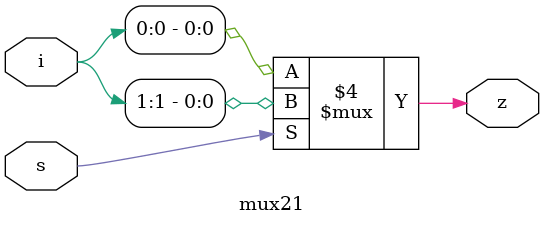
<source format=v>
`timescale 1ns / 1ps
module mux21(i,s,z
    );
input [1:0] i;
input s;
output reg z;

always @(i,s)
begin
	if (s==0) z=i[0];
	else z=i[1];
end

endmodule

</source>
